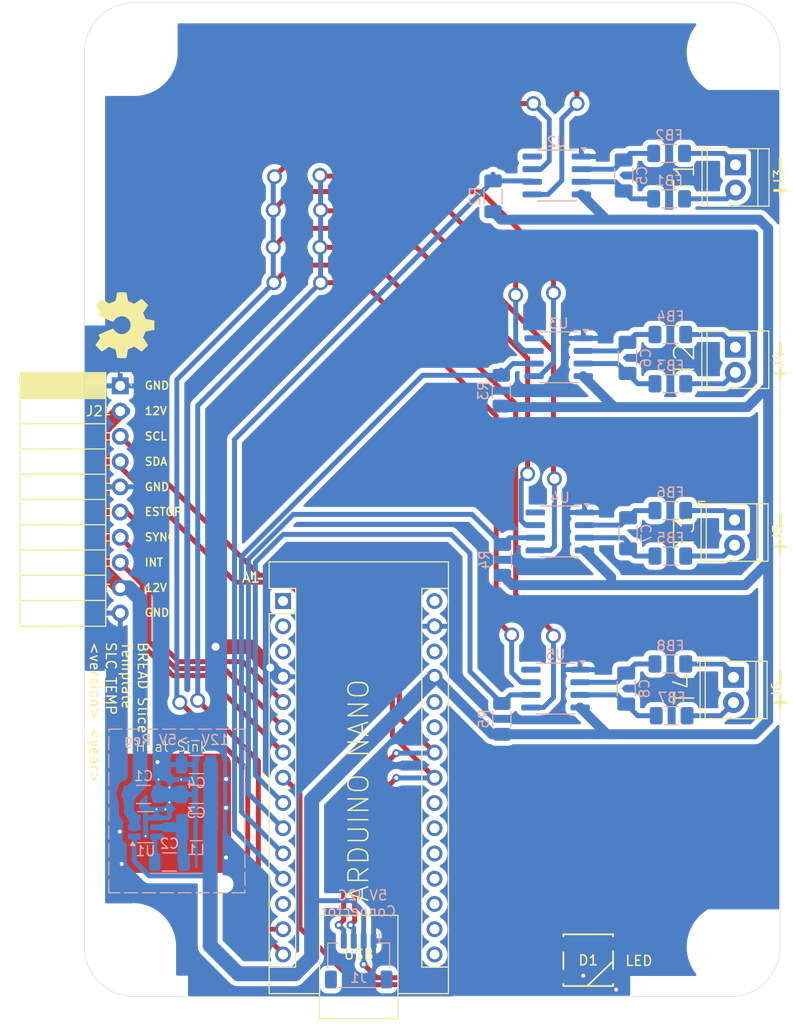
<source format=kicad_pcb>
(kicad_pcb (version 20240108) (generator "pcbnew") (generator_version "8.0")
  (layers (0 "F.Cu" signal) (31 "B.Cu" signal) (34 "B.Paste" user) (35 "F.Paste" user) (36 "B.SilkS" user "B.Silkscreen") (37 "F.SilkS" user "F.Silkscreen") (38 "B.Mask" user) (39 "F.Mask" user) (44 "Edge.Cuts" user))
  (net 0 "")
  (net 3 "GND")
  (net 5 "+5V")
  (net 6 "/LED")
  (net 7 "/I2C_CLK")
  (net 8 "/DATA")
  (net 9 "/I2C_DAT")
  (net 10 "/SS3")
  (net 11 "/SYNC")
  (net 13 "/E_STOP")
  (net 20 "+12V")
  (net 21 "/INT")
  (net 22 "/SS1")
  (net 23 "/SS2")
  (net 25 "/SS4")
  (net 26 "/CLK")
  (net 29 "Net-(U1-SW)")
  (net 30 "Net-(U1-BST)")
  (net 31 "unconnected-(A1-VIN-Pad30)")
  (net 33 "Net-(U2-T+)")
  (net 34 "Net-(U2-T-)")
  (net 35 "Net-(U3-T-)")
  (net 36 "Net-(U3-T+)")
  (net 37 "Net-(U4-T+)")
  (net 38 "Net-(U4-T-)")
  (net 39 "Net-(U5-T-)")
  (net 40 "Net-(U5-T+)")
  (net 41 "Net-(J3-Pin_2)")
  (net 42 "Net-(J3-Pin_1)")
  (net 43 "Net-(J4-Pin_2)")
  (net 44 "Net-(J4-Pin_1)")
  (net 45 "Net-(J5-Pin_2)")
  (net 46 "Net-(J5-Pin_1)")
  (net 47 "Net-(J6-Pin_2)")
  (net 48 "Net-(J6-Pin_1)")
  (net 49 "unconnected-(A1-D13-Pad16)")
  (footprint "MountingHole:MountingHole_5mm" (layer "F.Cu") (at 127.6 44.8)
    (property "Reference" "H1" (hide yes))
    (property "Value" "MountingHole")
  )
  (footprint "MountingHole:MountingHole_5mm" (layer "F.Cu") (at 187.6 44.8)
    (property "Reference" "H3" (hide yes))
    (property "Value" "MountingHole")
  )
  (footprint "MountingHole:MountingHole_5mm" (layer "F.Cu") (at 127.6 134.8)
    (property "Reference" "H2" (hide yes))
    (property "Value" "MountingHole")
  )
  (footprint "MountingHole:MountingHole_5mm" (layer "F.Cu") (at 187.6 134.8)
    (property "Reference" "H4" (hide yes))
    (property "Value" "MountingHole")
  )
  (footprint "Module:Arduino_Nano" (layer "F.Cu") (at 142.588 100)
    (property "Reference" "A1")
    (property "Value" "Arduino_Nano_v3.x")
  )
  (footprint "Connector_PinSocket_2.54mm:PinSocket_1x10_P2.54mm_Horizontal" (layer "F.Cu") (at 126.2 78.35)
    (property "Reference" "J2")
    (property "Value" "Conn_01x10_Female")
  )
  (footprint "Symbol:OSHW-Symbol_6.7x6mm_SilkScreen" (layer "F.Cu") (at 126.664 72.236 -90)
    (property "Reference" "Logo1" (hide yes))
    (property "Value" "Logo_Open_Hardware_Small" (hide yes))
  )
  (footprint "TerminalBlock_TE-Connectivity:TerminalBlock_TE_282834-2_1x02_P2.54mm_Horizontal" (layer "F.Cu") (at 188.12475 56.1085 -90)
    (property "Reference" "J3")
    (property "Value" "Screw_Terminal_01x02")
  )
  (footprint "KML-Custom:Thermal Pad" (layer "F.Cu") (at 131.35 121.355)
    (property "Reference" "HS1")
    (property "Value" "Heatsink_Pad")
  )
  (footprint "TerminalBlock_TE-Connectivity:TerminalBlock_TE_282834-2_1x02_P2.54mm_Horizontal" (layer "F.Cu") (at 188.02475 91.8385 -90)
    (property "Reference" "J5")
    (property "Value" "Screw_Terminal_01x02")
  )
  (footprint "TerminalBlock_TE-Connectivity:TerminalBlock_TE_282834-2_1x02_P2.54mm_Horizontal" (layer "F.Cu") (at 187.92475 107.6785 -90)
    (property "Reference" "J6")
    (property "Value" "Screw_Terminal_01x02")
  )
  (footprint "SparkFun-LED:WS2812-5050-4PIN" (layer "F.Cu") (at 173.3 136.132769)
    (property "Reference" "D1")
    (property "Value" "WS2812B_5050")
  )
  (footprint "TerminalBlock_TE-Connectivity:TerminalBlock_TE_282834-2_1x02_P2.54mm_Horizontal" (layer "F.Cu") (at 188.10425 74.4535 -90)
    (property "Reference" "J4")
    (property "Value" "Screw_Terminal_01x02")
  )
  (footprint "Resistor_SMD:R_1206_3216Metric_Pad1.30x1.75mm_HandSolder" (layer "B.Cu") (at 163.72025 59.277 -90)
    (property "Reference" "R2")
    (property "Value" "10k")
  )
  (footprint "Connector_JST:JST_SH_SM04B-SRSS-TB_1x04-1MP_P1.00mm_Horizontal" (layer "B.Cu") (at 150.2 136.2 180)
    (property "Reference" "J1")
    (property "Value" "I2C_01x04")
  )
  (footprint "Resistor_SMD:R_1206_3216Metric_Pad1.30x1.75mm_HandSolder" (layer "B.Cu") (at 181.56375 106.3305 180)
    (property "Reference" "FB8")
    (property "Value" "Ferrite_Bead_Small")
  )
  (footprint "Capacitor_SMD:C_1206_3216Metric" (layer "B.Cu") (at 128.55 119.455 180)
    (property "Reference" "C1")
    (property "Value" "22uF")
  )
  (footprint "Package_SO:SOIC-8_3.9x4.9mm_P1.27mm" (layer "B.Cu") (at 170.13375 57.1815 180)
    (property "Reference" "U2")
    (property "Value" "MAX31855KASA")
  )
  (footprint "Package_TO_SOT_SMD:TSOT-23-6" (layer "B.Cu") (at 128.75 122.755)
    (property "Reference" "U1")
    (property "Value" "~")
  )
  (footprint "Capacitor_SMD:C_1206_3216Metric_Pad1.33x1.80mm_HandSolder" (layer "B.Cu") (at 177.30925 93.186 90)
    (property "Reference" "C7")
    (property "Value" "0.01 uF")
  )
  (footprint "Resistor_SMD:R_1206_3216Metric_Pad1.30x1.75mm_HandSolder" (layer "B.Cu") (at 164.60925 111.855 -90)
    (property "Reference" "R5")
    (property "Value" "10k")
  )
  (footprint "Resistor_SMD:R_1206_3216Metric_Pad1.30x1.75mm_HandSolder" (layer "B.Cu") (at 164.67275 95.853 -90)
    (property "Reference" "R4")
    (property "Value" "10k")
  )
  (footprint "Capacitor_SMD:C_1206_3216Metric_Pad1.33x1.80mm_HandSolder" (layer "B.Cu") (at 177.11875 108.807 90)
    (property "Reference" "C8")
    (property "Value" "0.01 uF")
  )
  (footprint "Package_SO:SOIC-8_3.9x4.9mm_P1.27mm" (layer "B.Cu") (at 170.32425 75.4695 180)
    (property "Reference" "U3")
    (property "Value" "MAX31855KASA")
  )
  (footprint "Capacitor_SMD:C_1206_3216Metric_Pad1.33x1.80mm_HandSolder" (layer "B.Cu") (at 177.24575 75.533 90)
    (property "Reference" "C6")
    (property "Value" "0.01 uF")
  )
  (footprint "Capacitor_SMD:C_1206_3216Metric_Pad1.33x1.80mm_HandSolder" (layer "B.Cu") (at 176.86475 57.1815 90)
    (property "Reference" "C5")
    (property "Value" "0.01 uF")
  )
  (footprint "Capacitor_SMD:C_1206_3216Metric" (layer "B.Cu") (at 131.15 126.255 180)
    (property "Reference" "C2")
    (property "Value" "100nF")
  )
  (footprint "Capacitor_SMD:C_1206_3216Metric" (layer "B.Cu") (at 133.85 119.455)
    (property "Reference" "C3")
    (property "Value" "22uF")
  )
  (footprint "Resistor_SMD:R_1206_3216Metric_Pad1.30x1.75mm_HandSolder" (layer "B.Cu") (at 164.54575 78.835 -90)
    (property "Reference" "R3")
    (property "Value" "10k")
  )
  (footprint "Capacitor_SMD:C_1206_3216Metric" (layer "B.Cu") (at 133.85 116.455)
    (property "Reference" "C4")
    (property "Value" "22uF")
  )
  (footprint "Resistor_SMD:R_1206_3216Metric_Pad1.30x1.75mm_HandSolder" (layer "B.Cu") (at 181.43675 54.959 180)
    (property "Reference" "FB2")
    (property "Value" "Ferrite_Bead_Small")
  )
  (footprint "Resistor_SMD:R_1206_3216Metric_Pad1.30x1.75mm_HandSolder" (layer "B.Cu") (at 181.69075 111.5375 180)
    (property "Reference" "FB7")
    (property "Value" "Ferrite_Bead_Small")
  )
  (footprint "Resistor_SMD:R_1206_3216Metric_Pad1.30x1.75mm_HandSolder" (layer "B.Cu") (at 181.56375 73.1835 180)
    (property "Reference" "FB4")
    (property "Value" "Ferrite_Bead_Small")
  )
  (footprint "Resistor_SMD:R_1206_3216Metric_Pad1.30x1.75mm_HandSolder" (layer "B.Cu") (at 181.56375 90.9 180)
    (property "Reference" "FB6")
    (property "Value" "Ferrite_Bead_Small")
  )
  (footprint "Resistor_SMD:R_1206_3216Metric_Pad1.30x1.75mm_HandSolder" (layer "B.Cu") (at 181.43675 59.531 180)
    (property "Reference" "FB1")
    (property "Value" "Ferrite_Bead_Small")
  )
  (footprint "Inductor_SMD:L_1210_3225Metric" (layer "B.Cu") (at 133.85 122.755)
    (property "Reference" "L1")
    (property "Value" "4.7uH")
  )
  (footprint "Package_SO:SOIC-8_3.9x4.9mm_P1.27mm" (layer "B.Cu") (at 170.45125 92.9955 180)
    (property "Reference" "U4")
    (property "Value" "MAX31855KASA")
  )
  (footprint "Resistor_SMD:R_1206_3216Metric_Pad1.30x1.75mm_HandSolder" (layer "B.Cu") (at 181.56375 78.1365 180)
    (property "Reference" "FB3")
    (property "Value" "Ferrite_Bead_Small")
  )
  (footprint "Package_SO:SOIC-8_3.9x4.9mm_P1.27mm" (layer "B.Cu") (at 170.00675 108.807 180)
    (property "Reference" "U5")
    (property "Value" "MAX31855KASA")
  )
  (footprint "Resistor_SMD:R_1206_3216Metric_Pad1.30x1.75mm_HandSolder" (layer "B.Cu") (at 181.56375 95.472 180)
    (property "Reference" "FB5")
    (property "Value" "Ferrite_Bead_Small")
  )
  (gr_rect (start 125.05 112.887) (end 138.75 129.355) (stroke (width 0.12) (type dash)) (fill none) (layer "B.SilkS"))
  (gr_line (start 192.6 44.8) (end 192.6 94.8) (stroke (width 0.05)) (layer "Edge.Cuts"))
  (gr_arc (start 187.6 39.8) (mid 191.135534 41.264466) (end 192.6 44.8) (stroke (width 0.05)) (layer "Edge.Cuts"))
  (gr_arc (start 192.6 134.8) (mid 191.135534 138.335534) (end 187.6 139.8) (stroke (width 0.05)) (layer "Edge.Cuts"))
  (gr_line (start 152.6 39.8) (end 187.6 39.8) (stroke (width 0.05)) (layer "Edge.Cuts"))
  (gr_arc (start 122.6 44.8) (mid 124.064466 41.264466) (end 127.6 39.8) (stroke (width 0.05)) (layer "Edge.Cuts"))
  (gr_line (start 192.6 94.8) (end 192.6 134.8) (stroke (width 0.05)) (layer "Edge.Cuts"))
  (gr_line (start 122.6 134.8) (end 122.6 44.8) (stroke (width 0.05)) (layer "Edge.Cuts"))
  (gr_line (start 127.6 39.8) (end 152.6 39.8) (stroke (width 0.05)) (layer "Edge.Cuts"))
  (gr_arc (start 127.6 139.8) (mid 124.064466 138.335534) (end 122.6 134.8) (stroke (width 0.05)) (layer "Edge.Cuts"))
  (gr_line (start 160.188 139.8) (end 187.6 139.8) (stroke (width 0.05)) (layer "Edge.Cuts"))
  (gr_line (start 127.6 139.8) (end 160.188 139.8) (stroke (width 0.05)) (layer "Edge.Cuts"))
  (gr_text "12V->5V Reg" (at 131.85 114.555 0) (layer "B.SilkS") (effects (font (size 1 1)) (justify bottom mirror)))
  (gr_text "5V I2C \nConnector" (at 150.198 131.8 0) (layer "B.SilkS") (effects (font (size 1 1)) (justify bottom mirror)))
  (gr_text "GND" (at 129.89619 88.522 0) (layer "F.SilkS") (effects (font (size 0.8 0.8))))
  (gr_text "+" (at 192.62475 110.104499 0) (layer "F.SilkS") (effects (font (size 1.5 1.5) (thickness 0.3))))
  (gr_text "-" (at 192.52475 74.4645 90) (layer "F.SilkS") (effects (font (size 1.5 1.5) (thickness 0.3))))
  (gr_text "-" (at 192.52475 56.038501 90) (layer "F.SilkS") (effects (font (size 1.5 1.5) (thickness 0.3))))
  (gr_text "LED" (at 178.4 136.2 0) (layer "F.SilkS") (effects (font (size 1 1))))
  (gr_text "12V" (at 129.781905 98.672 0) (layer "F.SilkS") (effects (font (size 0.8 0.8))))
  (gr_text "SYNC" (at 130.22 93.572 0) (layer "F.SilkS") (effects (font (size 0.8 0.8))))
  (gr_text "GND" (at 129.89619 101.172 0) (layer "F.SilkS") (effects (font (size 0.8 0.8))))
  (gr_text "BREAD Slice\nTemplate\nSLC_TEMP\n<version> <year>" (at 126.066 104.035 270) (layer "F.SilkS") (effects (font (size 1 1)) (justify left)))
  (gr_text "GND" (at 129.89619 78.322 0) (layer "F.SilkS") (effects (font (size 0.8 0.8))))
  (gr_text "T2" (at 182.97475 75.723501 90) (layer "F.SilkS") (effects (font (size 2 2))))
  (gr_text "-" (at 192.52475 107.5645 90) (layer "F.SilkS") (effects (font (size 1.5 1.5) (thickness 0.3))))
  (gr_text "+" (at 192.62475 58.5785 0) (layer "F.SilkS") (effects (font (size 1.5 1.5) (thickness 0.3))))
  (gr_text "T3" (at 182.97475 93.122501 90) (layer "F.SilkS") (effects (font (size 2 2))))
  (gr_text "ESTOP" (at 130.543809 91.022 0) (layer "F.SilkS") (effects (font (size 0.8 0.8))))
  (gr_text "+" (at 192.62475 77.004499 0) (layer "F.SilkS") (effects (font (size 1.5 1.5) (thickness 0.3))))
  (gr_text "INT" (at 129.591428 96.122 0) (layer "F.SilkS") (effects (font (size 0.8 0.8))))
  (gr_text "T4" (at 182.97475 108.807001 90) (layer "F.SilkS") (effects (font (size 2 2))))
  (gr_text "SDA" (at 129.800952 85.972 0) (layer "F.SilkS") (effects (font (size 0.8 0.8))))
  (gr_text "SCL" (at 129.781905 83.422 0) (layer "F.SilkS") (effects (font (size 0.8 0.8))))
  (gr_text "T1" (at 182.97475 57.308501 90) (layer "F.SilkS") (effects (font (size 2 2))))
  (gr_text "ARDUINO NANO" (at 150.198 119.05 90) (layer "F.SilkS") (effects (font (size 2 2))))
  (gr_text "-" (at 192.52475 91.8645 90) (layer "F.SilkS") (effects (font (size 1.5 1.5) (thickness 0.3))))
  (gr_text "12V" (at 129.781905 80.872 0) (layer "F.SilkS") (effects (font (size 0.8 0.8))))
  (gr_text "+" (at 192.62475 94.404499 0) (layer "F.SilkS") (effects (font (size 1.5 1.5) (thickness 0.3))))
  (segment (start 141.3 106.7) (end 139.2 104.6) (width 1.5) (layer "F.Cu") (net 3))
  (segment (start 172.8 137.7) (end 172.832769 137.732769) (width 0.5) (layer "F.Cu") (net 3))
  (segment (start 172.832769 137.732769) (end 175.877 137.732769) (width 0.5) (layer "F.Cu") (net 3))
  (segment (start 139.2 104.6) (end 135.8 104.6) (width 1.5) (layer "F.Cu") (net 3))
  (via (at 135.8 104.6) (size 1.6) (drill 0.8) (layers "F.Cu" "B.Cu") (net 3))
  (via (at 136.85 117.905) (size 0.8) (drill 0.4) (layers "F.Cu" "B.Cu") (net 3))
  (via (at 126.35 126.455) (size 0.8) (drill 0.4) (layers "F.Cu" "B.Cu") (net 3))
  (via (at 129.85 120.955) (size 0.5) (drill 0.2) (layers "F.Cu" "B.Cu") (net 3))
  (via (at 129.95 116.205) (size 0.8) (drill 0.4) (layers "F.Cu" "B.Cu") (net 3))
  (via (at 131.15 120.255) (size 0.5) (drill 0.2) (layers "F.Cu" "B.Cu") (net 3))
  (via (at 131.15 118.755) (size 0.5) (drill 0.2) (layers "F.Cu" "B.Cu") (net 3))
  (via (at 130.05 117.955) (size 0.5) (drill 0.2) (layers "F.Cu" "B.Cu") (net 3))
  (via (at 172.8 137.7) (size 0.8) (drill 0.4) (layers "F.Cu" "B.Cu") (net 3))
  (via (at 132.35 117.955) (size 0.5) (drill 0.2) (layers "F.Cu" "B.Cu") (net 3))
  (via (at 126.15 123.205) (size 0.8) (drill 0.4) (layers "F.Cu" "B.Cu") (net 3))
  (via (at 136.85 125.805) (size 0.8) (drill 0.4) (layers "F.Cu" "B.Cu") (net 3))
  (via (at 136.85 120.805) (size 0.8) (drill 0.4) (layers "F.Cu" "B.Cu") (net 3))
  (via (at 130.75 120.955) (size 0.5) (drill 0.2) (layers "F.Cu" "B.Cu") (net 3))
  (via (at 128.75 123.655) (size 0.5) (drill 0.2) (layers "F.Cu" "B.Cu") (net 3))
  (via (at 141.3 106.7) (size 1.6) (drill 0.8) (layers "F.Cu" "B.Cu") (net 3))
  (segment (start 129.8875 121.805) (end 128.8 121.805) (width 0.5) (layer "B.Cu") (net 3))
  (segment (start 131.55 117.955) (end 133.25 117.955) (width 0.5) (layer "B.Cu") (net 3))
  (segment (start 128.8 121.805) (end 128.75 121.855) (width 0.5) (layer "B.Cu") (net 3))
  (segment (start 132.35 117.955) (end 131.55 117.955) (width 0.5) (layer "B.Cu") (net 3))
  (segment (start 128.95 120.955) (end 128.75 121.155) (width 0.5) (layer "B.Cu") (net 3))
  (segment (start 131 121.805) (end 131.15 121.655) (width 0.5) (layer "B.Cu") (net 3))
  (segment (start 129.85 121.7675) (end 129.8875 121.805) (width 0.5) (layer "B.Cu") (net 3))
  (segment (start 129.85 120.955) (end 128.95 120.955) (width 0.5) (layer "B.Cu") (net 3))
  (segment (start 142.588 107.62) (end 142.22 107.62) (width 1.5) (layer "B.Cu") (net 3))
  (segment (start 131.15 120.555) (end 130.75 120.955) (width 0.5) (layer "B.Cu") (net 3))
  (segment (start 128.75 121.855) (end 128.75 123.655) (width 0.5) (layer "B.Cu") (net 3))
  (segment (start 131.15 119.455) (end 131.15 120.255) (width 0.5) (layer "B.Cu") (net 3))
  (segment (start 131.15 119.455) (end 131.15 118.755) (width 0.5) (layer "B.Cu") (net 3))
  (segment (start 130.025 119.455) (end 132.375 119.455) (width 1.5) (layer "B.Cu") (net 3))
  (segment (start 142.22 107.62) (end 141.3 106.7) (width 1.5) (layer "B.Cu") (net 3))
  (segment (start 130.75 120.955) (end 129.85 120.955) (width 0.5) (layer "B.Cu") (net 3))
  (segment (start 128.75 121.155) (end 128.75 121.855) (width 0.5) (layer "B.Cu") (net 3))
  (segment (start 131.15 121.655) (end 131.15 120.255) (width 0.5) (layer "B.Cu") (net 3))
  (segment (start 131.15 120.255) (end 131.15 120.555) (width 0.5) (layer "B.Cu") (net 3))
  (segment (start 129.8875 121.805) (end 131 121.805) (width 0.5) (layer "B.Cu") (net 3))
  (segment (start 129.85 120.955) (end 129.85 121.7675) (width 0.5) (layer "B.Cu") (net 3))
  (segment (start 152.0375 137.9) (end 150.688 136.5505) (width 0.5) (layer "F.Cu") (net 5))
  (segment (start 166.91005 137.9) (end 163.9 137.9) (width 0.5) (layer "F.Cu") (net 5))
  (segment (start 170.277281 134.532769) (end 166.91005 137.9) (width 0.5) (layer "F.Cu") (net 5))
  (segment (start 170.723 134.532769) (end 170.277281 134.532769) (width 0.5) (layer "F.Cu") (net 5))
  (segment (start 157.808 107.62) (end 157.828 107.62) (width 1.5) (layer "F.Cu") (net 5))
  (segment (start 163.9 137.9) (end 152.0375 137.9) (width 0.5) (layer "F.Cu") (net 5))
  (via (at 150.688 136.5505) (size 0.8) (drill 0.4) (layers "F.Cu" "B.Cu") (net 5))
  (segment (start 174.89625 80.486) (end 164.64675 80.486) (width 1) (layer "B.Cu") (net 5))
  (segment (start 191.40625 96.09375) (end 191.40625 94.71) (width 1) (layer "B.Cu") (net 5))
  (segment (start 189.24725 80.486) (end 175.78525 80.486) (width 1) (layer "B.Cu") (net 5))
  (segment (start 135.25 134.67) (end 138.08 137.5) (width 1.5) (layer "B.Cu") (net 5))
  (segment (start 191.40625 94.71) (end 191.40625 80.486) (width 1) (layer "B.Cu") (net 5))
  (segment (start 164.64675 80.486) (end 164.54575 80.385) (width 1) (layer "B.Cu") (net 5))
  (segment (start 190.04675 113.405) (end 191.40625 112.0455) (width 1) (layer "B.Cu") (net 5))
  (segment (start 164.67275 97.403) (end 165.66975 98.4) (width 1) (layer "B.Cu") (net 5))
  (segment (start 175.6 98.4) (end 175.6 97.57425) (width 1) (layer "B.Cu") (net 5))
  (segment (start 145.46 130.148) (end 145.46 119.988) (width 1.5) (layer "B.Cu") (net 5))
  (segment (start 189.1 98.4) (end 191.40625 96.09375) (width 1) (layer "B.Cu") (net 5))
  (segment (start 191.40625 80.486) (end 191.40625 78.3905) (width 1) (layer "B.Cu") (net 5))
  (segment (start 157.828 107.62) (end 150.698 114.75) (width 1.5) (layer "B.Cu") (net 5))
  (segment (start 175.78525 80.486) (end 175.78525 80.3605) (width 1) (layer "B.Cu") (net 5))
  (segment (start 175.02325 61.6265) (end 175.02325 61.501) (width 1) (layer "B.Cu") (net 5))
  (segment (start 143.8 137.5) (end 145.46 135.84) (width 1.5) (layer "B.Cu") (net 5))
  (segment (start 145.46 135.84) (end 145.46 130.148) (width 1.5) (layer "B.Cu") (net 5))
  (segment (start 175.78525 80.486) (end 174.89625 80.486) (width 1) (layer "B.Cu") (net 5))
  (segment (start 164.51975 61.6265) (end 163.72025 60.827) (width 1) (layer "B.Cu") (net 5))
  (segment (start 164.60925 113.405) (end 173.28275 113.405) (width 1) (layer "B.Cu") (net 5))
  (segment (start 135.25 127.655) (end 129.103122 127.655) (width 0.5) (layer "B.Cu") (net 5))
  (segment (start 135.325 116.455) (end 135.3 116.48) (width 1.5) (layer "B.Cu") (net 5))
  (segment (start 175.6 97.57425) (end 172.92625 94.9005) (width 1) (layer "B.Cu") (net 5))
  (segment (start 165.66975 98.4) (end 189.1 98.4) (width 1) (layer "B.Cu") (net 5))
  (segment (start 149.524 130.148) (end 145.46 130.148) (width 0.5) (layer "B.Cu") (net 5))
  (segment (start 127.6125 126.164378) (end 127.6125 123.705) (width 0.5) (layer "B.Cu") (net 5))
  (segment (start 135.25 127.655) (end 135.25 128.4) (width 1.5) (layer "B.Cu") (net 5))
  (segment (start 135.3 119.48) (end 135.3 122.705) (width 1.5) (layer "B.Cu") (net 5))
  (segment (start 135.35 128.5) (end 135.25 128.4) (width 0.5) (layer "B.Cu") (net 5))
  (segment (start 164.60925 113.405) (end 163.613 113.405) (width 1) (layer "B.Cu") (net 5))
  (segment (start 175.78525 80.3605) (end 172.79925 77.3745) (width 1) (layer "B.Cu") (net 5))
  (segment (start 191.40625 78.3905) (end 191.40625 62.5155) (width 1) (layer "B.Cu") (net 5))
  (segment (start 173.28275 113.405) (end 176.12875 113.405) (width 1) (layer "B.Cu") (net 5))
  (segment (start 138.08 137.5) (end 143.8 137.5) (width 1.5) (layer "B.Cu") (net 5))
  (segment (start 172.48175 110.712) (end 175.17475 113.405) (width 1) (layer "B.Cu") (net 5))
  (segment (start 191.40625 112.0455) (end 191.40625 96.996) (width 1) (layer "B.Cu") (net 5))
  (segment (start 175.02325 61.6265) (end 174.32475 61.6265) (width 1) (layer "B.Cu") (net 5))
  (segment (start 175.17475 113.405) (end 176.12875 113.405) (width 1) (layer "B.Cu") (net 5))
  (segment (start 150.698 134.4) (end 150.698 131.322) (width 0.5) (layer "B.Cu") (net 5))
  (segment (start 150.698 136.5405) (end 150.698 134.4) (width 0.5) (layer "B.Cu") (net 5))
  (segment (start 135.3 116.48) (end 135.3 119.43) (width 1.5) (layer "B.Cu") (net 5))
  (segment (start 135.25 127.655) (end 135.25 122.755) (width 1.5) (layer "B.Cu") (net 5))
  (segment (start 189.31075 80.486) (end 191.40625 78.3905) (width 1) (layer "B.Cu") (net 5))
  (segment (start 189.24725 80.486) (end 189.31075 80.486) (width 1) (layer "B.Cu") (net 5))
  (segment (start 145.46 119.988) (end 150.698 114.75) (width 1.5) (layer "B.Cu") (net 5))
  (segment (start 176.12875 113.405) (end 190.04675 113.405) (width 1) (layer "B.Cu") (net 5))
  (segment (start 135.25 128.4) (end 135.25 134.67) (width 1.5) (layer "B.Cu") (net 5))
  (segment (start 150.688 136.5505) (end 150.698 136.5405) (width 0.5) (layer "B.Cu") (net 5))
  (segment (start 175.02325 61.501) (end 172.60875 59.0865) (width 1) (layer "B.Cu") (net 5))
  (segment (start 129.103122 127.655) (end 127.6125 126.164378) (width 0.5) (layer "B.Cu") (net 5))
  (segment (start 135.325 122.68) (end 135.25 122.755) (width 1) (layer "B.Cu") (net 5))
  (segment (start 158.008 107.8) (end 157.828 107.62) (width 0.5) (layer "B.Cu") (net 5))
  (segment (start 135.325 119.455) (end 135.3 119.48) (width 1.5) (layer "B.Cu") (net 5))
  (segment (start 135.3 122.705) (end 135.25 122.755) (width 1.5) (layer "B.Cu") (net 5))
  (segment (start 191.40625 96.996) (end 191.40625 94.71) (width 1) (layer "B.Cu") (net 5))
  (segment (start 135.3 119.43) (end 135.325 119.455) (width 1.5) (layer "B.Cu") (net 5))
  (segment (start 163.613 113.405) (end 157.828 107.62) (width 1) (layer "B.Cu") (net 5))
  (segment (start 174.32475 61.6265) (end 164.51975 61.6265) (width 1) (layer "B.Cu") (net 5))
  (segment (start 190.51725 61.6265) (end 175.02325 61.6265) (width 1) (layer "B.Cu") (net 5))
  (segment (start 150.698 131.322) (end 149.524 130.148) (width 0.5) (layer "B.Cu") (net 5))
  (segment (start 191.40625 62.5155) (end 190.51725 61.6265) (width 1) (layer "B.Cu") (net 5))
  (segment (start 149.988 138.6) (end 167.2 138.6) (width 0.5) (layer "F.Cu") (net 6))
  (segment (start 142.588 117.78) (end 142.668 117.78) (width 0.5) (layer "F.Cu") (net 6))
  (segment (start 167.2 138.6) (end 169.6 136.2) (width 0.5) (layer "F.Cu") (net 6))
  (segment (start 174.209769 136.2) (end 175.877 134.532769) (width 0.5) (layer "F.Cu") (net 6))
  (segment (start 144.288 119.4) (end 144.288 132.9) (width 0.5) (layer "F.Cu") (net 6))
  (segment (start 169.6 136.2) (end 174.209769 136.2) (width 0.5) (layer "F.Cu") (net 6))
  (segment (start 144.288 132.9) (end 149.988 138.6) (width 0.5) (layer "F.Cu") (net 6))
  (segment (start 142.668 117.78) (end 144.288 119.4) (width 0.5) (layer "F.Cu") (net 6))
  (segment (start 154.288 108.34805) (end 143.33995 97.4) (width 0.5) (layer "F.Cu") (net 7))
  (segment (start 154.288 111.7) (end 154.288 108.34805) (width 0.5) (layer "F.Cu") (net 7))
  (segment (start 126.23 83.43) (end 126.2 83.43) (width 0.5) (layer "F.Cu") (net 7))
  (segment (start 143.33995 97.4) (end 140.2 97.4) (width 0.5) (layer "F.Cu") (net 7))
  (segment (start 140.2 97.4) (end 126.23 83.43) (width 0.5) (layer "F.Cu") (net 7))
  (segment (start 148.188 132.6) (end 148.688 132.1) (width 0.5) (layer "F.Cu") (net 7))
  (segment (start 157.828 115.24) (end 154.288 111.7) (width 0.5) (layer "F.Cu") (net 7))
  (segment (start 148.688 132.1) (end 148.688 120.6) (width 0.5) (layer "F.Cu") (net 7))
  (segment (start 148.688 120.6) (end 153.988 115.3) (width 0.5) (layer "F.Cu") (net 7))
  (via (at 148.188 132.6) (size 0.8) (drill 0.4) (layers "F.Cu" "B.Cu") (net 7))
  (via (at 153.988 115.3) (size 0.8) (drill 0.4) (layers "F.Cu" "B.Cu") (net 7))
  (segment (start 157.768 115.3) (end 157.828 115.24) (width 0.5) (layer "B.Cu") (net 7))
  (segment (start 148.188 132.6) (end 148.698 133.11) (width 0.5) (layer "B.Cu") (net 7))
  (segment (start 148.698 133.11) (end 148.698 134.4) (width 0.5) (layer "B.Cu") (net 7))
  (segment (start 153.988 115.3) (end 157.768 115.3) (width 0.5) (layer "B.Cu") (net 7))
  (segment (start 159.27525 60.7375) (end 146.4405 60.7375) (width 0.5) (layer "F.Cu") (net 8))
  (segment (start 134 110) (end 140.1 116.1) (width 0.5) (layer "F.Cu") (net 8))
  (segment (start 146.364 67.9635) (end 150.616502 67.9635) (width 0.5) (layer "F.Cu") (net 8))
  (segment (start 167.2 75.58375) (end 156.02375 64.4075) (width 0.5) (layer "F.Cu") (net 8))
  (segment (start 156.02375 64.4075) (end 146.3005 64.4075) (width 0.5) (layer "F.Cu") (net 8))
  (segment (start 165.6 103.4095) (end 164.03775 101.84725) (width 0.5) (layer "F.Cu") (net 8))
  (segment (start 158.44975 57.245) (end 165.75225 49.9425) (width 0.5) (layer "F.Cu") (net 8))
  (segment (start 146.377 57.245) (end 146.3005 57.1685) (width 0.5) (layer "F.Cu") (net 8))
  (segment (start 165.75225 49.9425) (end 167.78425 49.9425) (width 0.5) (layer "F.Cu") (net 8))
  (segment (start 146.4405 60.7375) (end 146.364 60.661) (width 0.5) (layer "F.Cu") (net 8))
  (segment (start 141.22 133.02) (end 142.588 133.02) (width 0.5) (layer "F.Cu") (net 8))
  (segment (start 164.03775 101.84725) (end 164.03775 81.376998) (width 0.5) (layer "F.Cu") (net 8))
  (segment (start 164.03775 81.376998) (end 150.700752 68.04) (width 0.5) (layer "F.Cu") (net 8))
  (segment (start 158.44975 57.245) (end 146.377 57.245) (width 0.5) (layer "F.Cu") (net 8))
  (segment (start 166 69.2) (end 166 67.46225) (width 0.5) (layer "F.Cu") (net 8))
  (segment (start 140.1 116.1) (end 140.1 131.9) (width 0.5) (layer "F.Cu") (net 8))
  (segment (start 166 67.46225) (end 159.27525 60.7375) (width 0.5) (layer "F.Cu") (net 8))
  (segment (start 140.1 131.9) (end 141.22 133.02) (width 0.5) (layer "F.Cu") (net 8))
  (segment (start 167.2 87.2) (end 167.2 75.58375) (width 0.5) (layer "F.Cu") (net 8))
  (via (at 146.3005 57.1685) (size 1.5) (drill 1) (layers "F.Cu" "B.Cu") (net 8))
  (via (at 146.3005 64.4075) (size 1.5) (drill 1) (layers "F.Cu" "B.Cu") (net 8))
  (via (at 134 110) (size 1.5) (drill 1) (layers "F.Cu" "B.Cu") (net 8))
  (via (at 146.364 60.661) (size 1.5) (drill 1) (layers "F.Cu" "B.Cu") (net 8))
  (via (at 165.6 103.4095) (size 1.5) (drill 1) (layers "F.Cu" "B.Cu") (net 8))
  (via (at 167.78425 49.9425) (size 1.5) (drill 1) (layers "F.Cu" "B.Cu") (net 8))
  (via (at 167.2 87.2) (size 1.5) (drill 1) (layers "F.Cu" "B.Cu") (net 8))
  (via (at 146.364 67.9635) (size 1.5) (drill 1) (layers "F.Cu" "B.Cu") (net 8))
  (via (at 166 69.2) (size 1.5) (drill 1) (layers "F.Cu" "B.Cu") (net 8))
  (segment (start 146.364 64.471) (end 146.3005 64.4075) (width 0.5) (layer "B.Cu") (net 8))
  (segment (start 146.364 64.5345) (end 146.364 68.0905) (width 0.5) (layer "B.Cu") (net 8))
  (segment (start 146.364 67.9635) (end 134 80.3275) (width 0.5) (layer "B.Cu") (net 8))
  (segment (start 166.572 108.172) (end 167.53175 108.172) (width 0.5) (layer "B.Cu") (net 8))
  (segment (start 146.364 64.5345) (end 146.364 64.471) (width 0.5) (layer "B.Cu") (net 8))
  (segment (start 146.364 61.296) (end 146.364 60.661) (width 0.5) (layer "B.Cu") (net 8))
  (segment (start 166.874251 74.8345) (end 167.84925 74.8345) (width 0.5) (layer "B.Cu") (net 8))
  (segment (start 165.6 107.2) (end 166.572 108.172) (width 0.5) (layer "B.Cu") (net 8))
  (segment (start 165.6 103.4095) (end 165.6 107.2) (width 0.5) (layer "B.Cu") (net 8))
  (segment (start 167.2 87.2) (end 166.55125 87.84875) (width 0.5) (layer "B.Cu") (net 8))
  (segment (start 146.364 61.296) (end 146.364 64.5345) (width 0.5) (layer "B.Cu") (net 8))
  (segment (start 146.364 57.105) (end 146.3005 57.1685) (width 0.5) (layer "B.Cu") (net 8))
  (segment (start 167.65875 56.5465) (end 168.54625 56.5465) (width 0.5) (layer "B.Cu") (net 8))
  (segment (start 169.37175 55.721) (end 169.37175 51.53) (width 0.5) (layer "B.Cu") (net 8))
  (segment (start 166 69.2) (end 166 73.960249) (width 0.5) (layer "B.Cu") (net 8))
  (segment (start 167.001251 92.3605) (end 167.97625 92.3605) (width 0.5) (layer "B.Cu") (net 8))
  (segment (start 168.54625 56.5465) (end 169.37175 55.721) (width 0.5) (layer "B.Cu") (net 8))
  (segment (start 134 80.3275) (end 134 110) (width 0.5) (layer "B.Cu") (net 8))
  (segment (start 146.364 68.0905) (end 146.364 67.9635) (width 0.5) (layer "B.Cu") (net 8))
  (segment (start 146.364 57.105) (end 146.364 61.296) (width 0.5) (layer "B.Cu") (net 8))
  (segment (start 166.55125 87.84875) (end 166.55125 91.910499) (width 0.5) (layer "B.Cu") (net 8))
  (segment (start 166.55125 91.910499) (end 167.001251 92.3605) (width 0.5) (layer "B.Cu") (net 8))
  (segment (start 169.37175 51.53) (end 167.78425 49.9425) (width 0.5) (layer "B.Cu") (net 8))
  (segment (start 166 73.960249) (end 166.874251 74.8345) (width 0.5) (layer "B.Cu") (net 8))
  (segment (start 153.588 113.54) (end 157.828 117.78) (width 0.5) (layer "F.Cu") (net 9))
  (segment (start 153.588 108.638) (end 153.588 113.54) (width 0.5) (layer "F.Cu") (net 9))
  (segment (start 143.05 98.1) (end 153.588 108.638) (width 0.5) (layer "F.Cu") (net 9))
  (segment (start 149.381039 132.604917) (end 149.788 132.197956) (width 0.5) (layer "F.Cu") (net 9))
  (segment (start 126.2 85.97) (end 126.2 86.504) (width 0.5) (layer "F.Cu") (net 9))
  (segment (start 137.796 98.1) (end 143.05 98.1) (width 0.5) (layer "F.Cu") (net 9))
  (segment (start 149.788 132.197956) (end 149.788 122) (width 0.5) (layer "F.Cu") (net 9))
  (segment (start 126.2 86.504) (end 137.796 98.1) (width 0.5) (layer "F.Cu") (net 9))
  (segment (start 149.788 122) (end 153.988 117.8) (width 0.5) (layer "F.Cu") (net 9))
  (via (at 153.988 117.8) (size 0.8) (drill 0.4) (layers "F.Cu" "B.Cu") (net 9))
  (via (at 149.381039 132.604917) (size 0.8) (drill 0.4) (layers "F.Cu" "B.Cu") (net 9))
  (segment (start 157.808 117.8) (end 157.828 117.78) (width 0.5) (layer "B.Cu") (net 9))
  (segment (start 149.381039 132.604917) (end 149.698 132.921878) (width 0.5) (layer "B.Cu") (net 9))
  (segment (start 153.988 117.8) (end 157.808 117.8) (width 0.5) (layer "B.Cu") (net 9))
  (segment (start 149.698 132.921878) (end 149.698 134.4) (width 0.5) (layer "B.Cu") (net 9))
  (segment (start 164.67275 94.303) (end 164.61975 94.303) (width 0.5) (layer "B.Cu") (net 10))
  (segment (start 164.61975 94.303) (end 161.59775 91.281) (width 0.5) (layer "B.Cu") (net 10))
  (segment (start 139.1 119.372) (end 142.588 122.86) (width 0.5) (layer "B.Cu") (net 10))
  (segment (start 143.62905 91.281) (end 139.1 95.81005) (width 0.5) (layer "B.Cu") (net 10))
  (segment (start 165.34525 93.6305) (end 167.97625 93.6305) (width 0.5) (layer "B.Cu") (net 10))
  (segment (start 164.67275 94.303) (end 165.34525 93.6305) (width 0.5) (layer "B.Cu") (net 10))
  (segment (start 161.59775 91.281) (end 143.62905 91.281) (width 0.5) (layer "B.Cu") (net 10))
  (segment (start 139.1 95.81005) (end 139.1 119.372) (width 0.5) (layer "B.Cu") (net 10))
  (segment (start 134.848 107.5) (end 142.588 115.24) (width 0.5) (layer "F.Cu") (net 11))
  (segment (start 131.5001 107.5) (end 134.848 107.5) (width 0.5) (layer "F.Cu") (net 11))
  (segment (start 128.4 104.3999) (end 131.5001 107.5) (width 0.5) (layer "F.Cu") (net 11))
  (segment (start 126.2 96.13) (end 128.4 98.33) (width 0.5) (layer "F.Cu") (net 11))
  (segment (start 128.4 98.33) (end 128.4 104.3999) (width 0.5) (layer "F.Cu") (net 11))
  (segment (start 126.2 91.05) (end 126.85 91.05) (width 0.5) (layer "F.Cu") (net 13))
  (segment (start 132.08 106.1) (end 138.528 106.1) (width 0.5) (layer "F.Cu") (net 13))
  (segment (start 138.528 106.1) (end 142.588 110.16) (width 0.5) (layer "F.Cu") (net 13))
  (segment (start 129.8 94) (end 129.8 103.82) (width 0.5) (layer "F.Cu") (net 13))
  (segment (start 126.85 91.05) (end 129.8 94) (width 0.5) (layer "F.Cu") (net 13))
  (segment (start 129.8 103.82) (end 132.08 106.1) (width 0.5) (layer "F.Cu") (net 13))
  (segment (start 126.194415 80.89) (end 124.4 82.684415) (width 1.5) (layer "F.Cu") (net 20))
  (segment (start 126.2 80.89) (end 126.194415 80.89) (width 1.5) (layer "F.Cu") (net 20))
  (segment (start 124.4 82.684415) (end 124.4 96.875585) (width 1.5) (layer "F.Cu") (net 20))
  (segment (start 126.2 80.89) (end 126.21 80.9) (width 1) (layer "F.Cu") (net 20))
  (segment (start 124.4 96.875585) (end 126.194415 98.67) (width 1.5) (layer "F.Cu") (net 20))
  (segment (start 126.194415 98.67) (end 126.2 98.67) (width 1.5) (layer "F.Cu") (net 20))
  (segment (start 126.71 80.89) (end 126.2 80.89) (width 1) (layer "B.Cu") (net 20))
  (segment (start 127.6125 121.805) (end 127.6125 122.705) (width 1) (layer "B.Cu") (net 20))
  (segment (start 127.075 121.2675) (end 127.6125 121.805) (width 1) (layer "B.Cu") (net 20))
  (segment (start 127.075 119.455) (end 127.075 121.2675) (width 1) (layer "B.Cu") (net 20))
  (segment (start 127.07 98.67) (end 128.2 99.8) (width 1.5) (layer "B.Cu") (net 20))
  (segment (start 128.2 118.33) (end 127.075 119.455) (width 1.5) (layer "B.Cu") (net 20))
  (segment (start 128.2 99.8) (end 128.2 118.33) (width 1.5) (layer "B.Cu") (net 20))
  (segment (start 126.2 98.67) (end 127.07 98.67) (width 1.5) (layer "B.Cu") (net 20))
  (segment (start 129.1 96.49) (end 129.1 104.10995) (width 0.5) (layer "F.Cu") (net 21))
  (segment (start 131.79005 106.8) (end 136.688 106.8) (width 0.5) (layer "F.Cu") (net 21))
  (segment (start 126.2 93.59) (end 129.1 96.49) (width 0.5) (layer "F.Cu") (net 21))
  (segment (start 136.688 106.8) (end 142.588 112.7) (width 0.5) (layer "F.Cu") (net 21))
  (segment (start 129.1 104.10995) (end 131.79005 106.8) (width 0.5) (layer "F.Cu") (net 21))
  (segment (start 163.72025 57.727) (end 167.56925 57.727) (width 0.5) (layer "B.Cu") (net 22))
  (segment (start 163.72025 57.727) (end 163.72025 57.0545) (width 0.5) (layer "B.Cu") (net 22))
  (segment (start 137.7 123.052) (end 142.588 127.94) (width 0.5) (layer "B.Cu") (net 22))
  (segment (start 167.56925 57.727) (end 167.65875 57.8165) (width 0.5) (layer "B.Cu") (net 22))
  (segment (start 163.72025 57.727) (end 137.7 83.74725) (width 0.5) (layer "B.Cu") (net 22))
  (segment (start 137.7 83.74725) (end 137.7 123.052) (width 0.5) (layer "B.Cu") (net 22))
  (segment (start 164.54575 77.285) (end 164.54575 76.7665) (width 0.5) (layer "B.Cu") (net 23))
  (segment (start 156.6351 77.285) (end 138.4 95.5201) (width 0.5) (layer "B.Cu") (net 23))
  (segment (start 138.4 95.5201) (end 138.4 121.212) (width 0.5) (layer "B.Cu") (net 23))
  (segment (start 164.54575 77.285) (end 156.6351 77.285) (width 0.5) (layer "B.Cu") (net 23))
  (segment (start 138.4 121.212) (end 142.588 125.4) (width 0.5) (layer "B.Cu") (net 23))
  (segment (start 167.84925 76.1045) (end 165.72625 76.1045) (width 0.5) (layer "B.Cu") (net 23))
  (segment (start 165.72625 76.1045) (end 164.54575 77.285) (width 0.5) (layer "B.Cu") (net 23))
  (segment (start 165.47225 109.442) (end 167.53175 109.442) (width 0.5) (layer "B.Cu") (net 25))
  (segment (start 161.4 107.1) (end 161.4 95.2) (width 0.5) (layer "B.Cu") (net 25))
  (segment (start 164.60925 110.305) (end 165.47225 109.442) (width 0.5) (layer "B.Cu") (net 25))
  (segment (start 142.6 93.3) (end 139.8 96.1) (width 0.5) (layer "B.Cu") (net 25))
  (segment (start 164.605 110.305) (end 161.4 107.1) (width 0.5) (layer "B.Cu") (net 25))
  (segment (start 164.60925 110.305) (end 164.17525 110.305) (width 0.5) (layer "B.Cu") (net 25))
  (segment (start 159.5 93.3) (end 142.6 93.3) (width 0.5) (layer "B.Cu") (net 25))
  (segment (start 139.8 96.1) (end 139.8 117.532) (width 0.5) (layer "B.Cu") (net 25))
  (segment (start 139.8 117.532) (end 142.588 120.32) (width 0.5) (layer "B.Cu") (net 25))
  (segment (start 161.4 95.2) (end 159.5 93.3) (width 0.5) (layer "B.Cu") (net 25))
  (segment (start 164.60925 110.305) (end 164.605 110.305) (width 0.5) (layer "B.Cu") (net 25))
  (segment (start 166 99.3645) (end 166 80.16225) (width 0.5) (layer "F.Cu") (net 26))
  (segment (start 139.025 116.972098) (end 139.025 131.925) (width 0.5) (layer "F.Cu") (net 26))
  (segment (start 169.9 87.7) (end 169.8 87.6) (width 0.5) (layer "F.Cu") (net 26))
  (segment (start 156.376002 55.6) (end 164.576002 47.4) (width 0.5) (layer "F.Cu") (net 26))
  (segment (start 169.8 87.6) (end 169.8 74.88175) (width 0.5) (layer "F.Cu") (net 26))
  (segment (start 162.48125 58.8) (end 143.4625 58.8) (width 0.5) (layer "F.Cu") (net 26))
  (segment (start 143.4285 66.2) (end 152.03 66.2) (width 0.5) (layer "F.Cu") (net 26))
  (segment (start 143.509 62.5) (end 141.6015 64.4075) (width 0.5) (layer "F.Cu") (net 26))
  (segment (start 139.025 131.925) (end 142.588 135.488) (width 0.5) (layer "F.Cu") (net 26))
  (segment (start 166 80.16225) (end 152.677749 66.839999) (width 0.5) (layer "F.Cu") (net 26))
  (segment (start 143.4625 58.8) (end 141.6015 60.661) (width 0.5) (layer "F.Cu") (net 26))
  (segment (start 141.7285 57.2955) (end 143.424 55.6) (width 0.5) (layer "F.Cu") (net 26))
  (segment (start 170.8 47.4) (end 172.16575 48.76575) (width 0.5) (layer "F.Cu") (net 26))
  (segment (start 132.2 110.2) (end 132.252902 110.2) (width 0.5) (layer "F.Cu") (net 26))
  (segment (start 172.16575 48.76575) (end 172.16575 49.9425) (width 0.5) (layer "F.Cu") (net 26))
  (segment (start 143.424 55.6) (end 156.376002 55.6) (width 0.5) (layer "F.Cu") (net 26))
  (segment (start 142.588 135.488) (end 142.588 135.56) (width 0.5) (layer "F.Cu") (net 26))
  (segment (start 169.8 66.11875) (end 162.48125 58.8) (width 0.5) (layer "F.Cu") (net 26))
  (segment (start 169.8 103.5275) (end 169.8 103.1645) (width 0.5) (layer "F.Cu") (net 26))
  (segment (start 132.252902 110.2) (end 139.025 116.972098) (width 0.5) (layer "F.Cu") (net 26))
  (segment (start 152.03 66.2) (end 152.593499 66.763499) (width 0.5) (layer "F.Cu") (net 26))
  (segment (start 141.665 67.9635) (end 143.4285 66.2) (width 0.5) (layer "F.Cu") (net 26))
  (segment (start 169.8 74.88175) (end 157.41825 62.5) (width 0.5) (layer "F.Cu") (net 26))
  (segment (start 164.576002 47.4) (end 170.8 47.4) (width 0.5) (layer "F.Cu") (net 26))
  (segment (start 169.8 103.1645) (end 166 99.3645) (width 0.5) (layer "F.Cu") (net 26))
  (segment (start 157.41825 62.5) (end 143.509 62.5) (width 0.5) (layer "F.Cu") (net 26))
  (segment (start 169.8 69) (end 169.8 66.11875) (width 0.5) (layer "F.Cu") (net 26))
  (via (at 172.16575 49.9425) (size 1.5) (drill 1) (layers "F.Cu" "B.Cu") (net 26))
  (via (at 169.9 87.7) (size 1.5) (drill 1) (layers "F.Cu" "B.Cu") (net 26))
  (via (at 141.6015 64.4075) (size 1.5) (drill 1) (layers "F.Cu" "B.Cu") (net 26))
  (via (at 141.7285 57.2955) (size 1.5) (drill 1) (layers "F.Cu" "B.Cu") (net 26))
  (via (at 141.6015 60.661) (size 1.5) (drill 1) (layers "F.Cu" "B.Cu") (net 26))
  (via (at 169.8 103.5275) (size 1.5) (drill 1) (layers "F.Cu" "B.Cu") (net 26))
  (via (at 141.665 67.9635) (size 1.5) (drill 1) (layers "F.Cu" "B.Cu") (net 26))
  (via (at 169.8 69) (size 1.5) (drill 1) (layers "F.Cu" "B.Cu") (net 26))
  (via (at 132.2 110.2) (size 1.5) (drill 1) (layers "F.Cu" "B.Cu") (net 26))
  (segment (start 169.8 109.71225) (end 168.80025 110.712) (width 0.5) (layer "B.Cu") (net 26))
  (segment (start 169.24475 59.0865) (end 170.64175 57.6895) (width 0.5) (layer "B.Cu") (net 26))
  (segment (start 169.8 75.981434) (end 168.406934 77.3745) (width 0.5) (layer "B.Cu") (net 26))
  (segment (start 141.6015 64.217) (end 141.6015 68.154) (width 0.5) (layer "B.Cu") (net 26))
  (segment (start 170.64175 51.4665) (end 172.16575 49.9425) (width 0.5) (layer "B.Cu") (net 26))
  (segment (start 142.588 135.3799) (end 142.588 135.56) (width 0.5) (layer "B.Cu") (net 26))
  (segment (start 141.6015 68.154) (end 141.6015 68.027) (width 0.5) (layer "B.Cu") (net 26))
  (segment (start 131.9 77.7285) (end 141.665 67.9635) (width 0.5) (layer "B.Cu") (net 26))
  (segment (start 141.6015 57.4225) (end 141.6015 60.5975) (width 0.5) (layer "B.Cu") (net 26))
  (segment (start 141.6015 68.027) (end 141.665 67.9635) (width 0.5) (layer "B.Cu") (net 26))
  (segment (start 132.2 110.2) (end 131.9 109.9) (width 0.5) (layer "B.Cu") (net 26))
  (segment (start 141.6015 57.4225) (end 141.7285 57.2955) (width 0.5) (layer "B.Cu") (net 26))
  (segment (start 141.6015 60.5975) (end 141.6015 64.217) (width 0.5) (layer "B.Cu") (net 26))
  (segment (start 141.6015 64.217) (end 141.6015 64.4075) (width 0.5) (layer "B.Cu") (net 26))
  (segment (start 168.406934 77.3745) (end 167.84925 77.3745) (width 0.5) (layer "B.Cu") (net 26))
  (segment (start 131.9 109.9) (end 131.9 77.7285) (width 0.5) (layer "B.Cu") (net 26))
  (segment (start 168.80025 110.712) (end 167.53175 110.712) (width 0.5) (layer "B.Cu") (net 26))
  (segment (start 141.6015 60.5975) (end 141.6015 60.661) (width 0.5) (layer "B.Cu") (net 26))
  (segment (start 170.64175 57.6895) (end 170.64175 51.4665) (width 0.5) (layer "B.Cu") (net 26))
  (segment (start 169.8 69) (end 169.8 75.981434) (width 0.5) (layer "B.Cu") (net 26))
  (segment (start 169.9 94.49925) (end 169.49875 94.9005) (width 0.5) (layer "B.Cu") (net 26))
  (segment (start 169.9 87.7) (end 169.9 94.49925) (width 0.5) (layer "B.Cu") (net 26))
  (segment (start 169.8 103.5275) (end 169.8 109.71225) (width 0.5) (layer "B.Cu") (net 26))
  (segment (start 167.97625 94.9005) (end 169.49875 94.9005) (width 0.5) (layer "B.Cu") (net 26))
  (segment (start 167.65875 59.0865) (end 169.24475 59.0865) (width 0.5) (layer "B.Cu") (net 26))
  (segment (start 132.45 126.08) (end 132.625 126.255) (width 1) (layer "B.Cu") (net 29))
  (segment (start 132.45 122.755) (end 130.806238 122.755) (width 1) (layer "B.Cu") (net 29))
  (segment (start 132.45 122.755) (end 132.45 126.08) (width 1) (layer "B.Cu") (net 29))
  (segment (start 129.675 123.9175) (end 129.8875 123.705) (width 0.5) (layer "B.Cu") (net 30))
  (segment (start 129.675 126.255) (end 129.675 123.9175) (width 0.5) (layer "B.Cu") (net 30))
  (segment (start 157.845 100.017) (end 157.828 100) (width 1.5) (layer "B.Cu") (net 31))
  (segment (start 177.65175 59.531) (end 176.86475 58.744) (width 0.5) (layer "B.Cu") (net 33))
  (segment (start 176.86475 58.744) (end 176.86475 58.642) (width 0.5) (layer "B.Cu") (net 33))
  (segment (start 176.03925 57.8165) (end 172.60875 57.8165) (width 0.5) (layer "B.Cu") (net 33))
  (segment (start 179.88675 59.531) (end 177.65175 59.531) (width 0.5) (layer "B.Cu") (net 33))
  (segment (start 176.86475 58.642) (end 176.03925 57.8165) (width 0.5) (layer "B.Cu") (net 33))
  (segment (start 175.93725 56.5465) (end 172.60875 56.5465) (width 0.5) (layer "B.Cu") (net 34))
  (segment (start 177.52475 54.959) (end 176.86475 55.619) (width 0.5) (layer "B.Cu") (net 34))
  (segment (start 179.88675 54.959) (end 177.52475 54.959) (width 0.5) (layer "B.Cu") (net 34))
  (segment (start 176.86475 55.619) (end 175.93725 56.5465) (width 0.5) (layer "B.Cu") (net 34))
  (segment (start 176.38175 74.8345) (end 172.79925 74.8345) (width 0.5) (layer "B.Cu") (net 35))
  (segment (start 177.24575 73.9705) (end 176.38175 74.8345) (width 0.5) (layer "B.Cu") (net 35))
  (segment (start 180.01375 73.1835) (end 178.03275 73.1835) (width 0.5) (layer "B.Cu") (net 35))
  (segment (start 178.03275 73.1835) (end 177.24575 73.9705) (width 0.5) (layer "B.Cu") (net 35))
  (segment (start 178.28675 78.1365) (end 177.24575 77.0955) (width 0.5) (layer "B.Cu") (net 36))
  (segment (start 180.01375 78.1365) (end 178.28675 78.1365) (width 0.5) (layer "B.Cu") (net 36))
  (segment (start 177.24575 77.0955) (end 176.25475 76.1045) (width 0.5) (layer "B.Cu") (net 36))
  (segment (start 176.25475 76.1045) (end 172.79925 76.1045) (width 0.5) (layer "B.Cu") (net 36))
  (segment (start 177.30925 94.086) (end 176.85375 93.6305) (width 0.5) (layer "B.Cu") (net 37))
  (segment (start 178.03275 95.472) (end 177.30925 94.7485) (width 0.5) (layer "B.Cu") (net 37))
  (segment (start 176.85375 93.6305) (end 172.92625 93.6305) (width 0.5) (layer "B.Cu") (net 37))
  (segment (start 180.01375 95.472) (end 178.03275 95.472) (width 0.5) (layer "B.Cu") (net 37))
  (segment (start 177.30925 94.7485) (end 177.30925 94.086) (width 0.5) (layer "B.Cu") (net 37))
  (segment (start 177.30925 91.6235) (end 176.57225 92.3605) (width 0.5) (layer "B.Cu") (net 38))
  (segment (start 176.57225 92.3605) (end 172.92625 92.3605) (width 0.5) (layer "B.Cu") (net 38))
  (segment (start 180.01375 90.9) (end 178.03275 90.9) (width 0.5) (layer "B.Cu") (net 38))
  (segment (start 178.03275 90.9) (end 177.30925 91.6235) (width 0.5) (layer "B.Cu") (net 38))
  (segment (start 177.11875 107.2445) (end 176.19125 108.172) (width 0.5) (layer "B.Cu") (net 39))
  (segment (start 176.19125 108.172) (end 172.48175 108.172) (width 0.5) (layer "B.Cu") (net 39))
  (segment (start 178.03275 106.3305) (end 177.11875 107.2445) (width 0.5) (layer "B.Cu") (net 39))
  (segment (start 180.01375 106.3305) (end 178.03275 106.3305) (width 0.5) (layer "B.Cu") (net 39))
  (segment (start 178.28675 111.5375) (end 177.11875 110.3695) (width 0.5) (layer "B.Cu") (net 40))
  (segment (start 180.14075 111.5375) (end 178.28675 111.5375) (width 0.5) (layer "B.Cu") (net 40))
  (segment (start 176.19125 109.442) (end 172.48175 109.442) (width 0.5) (layer "B.Cu") (net 40))
  (segment (start 177.11875 110.3695) (end 176.19125 109.442) (width 0.5) (layer "B.Cu") (net 40))
  (segment (start 187.24225 59.531) (end 188.12475 58.6485) (width 0.5) (layer "B.Cu") (net 41))
  (segment (start 182.98675 59.531) (end 187.24225 59.531) (width 0.5) (layer "B.Cu") (net 41))
  (segment (start 186.97525 54.959) (end 188.12475 56.1085) (width 0.5) (layer "B.Cu") (net 42))
  (segment (start 182.98675 54.959) (end 186.97525 54.959) (width 0.5) (layer "B.Cu") (net 42))
  (segment (start 183.11375 78.1365) (end 186.96125 78.1365) (width 0.5) (layer "B.Cu") (net 43))
  (segment (start 186.96125 78.1365) (end 188.10425 76.9935) (width 0.5) (layer "B.Cu") (net 43))
  (segment (start 186.83425 73.1835) (end 188.10425 74.4535) (width 0.5) (layer "B.Cu") (net 44))
  (segment (start 183.11375 73.1835) (end 186.83425 73.1835) (width 0.5) (layer "B.Cu") (net 44))
  (segment (start 186.93125 95.472) (end 188.02475 94.3785) (width 0.5) (layer "B.Cu") (net 45))
  (segment (start 183.11375 95.472) (end 186.93125 95.472) (width 0.5) (layer "B.Cu") (net 45))
  (segment (start 183.11375 90.9) (end 187.08625 90.9) (width 0.5) (layer "B.Cu") (net 46))
  (segment (start 187.08625 90.9) (end 188.02475 91.8385) (width 0.5) (layer "B.Cu") (net 46))
  (segment (start 186.64375 111.5375) (end 188.10425 110.077) (width 0.5) (layer "B.Cu") (net 47))
  (segment (start 183.24075 111.5375) (end 186.64375 111.5375) (width 0.5) (layer "B.Cu") (net 47))
  (segment (start 186.89775 106.3305) (end 188.10425 107.537) (width 0.5) (layer "B.Cu") (net 48))
  (segment (start 183.11375 106.3305) (end 186.89775 106.3305) (width 0.5) (layer "B.Cu") (net 48))
  (segment (start 157.868 135.6) (end 157.828 135.56) (width 0.5) (layer "F.Cu") (net 49))
  (segment (start 157.868 135.6) (end 157.828 135.56) (width 0.5) (layer "B.Cu") (net 49))
  (zone (net 3) (net_name "GND") (layer "B.Cu") (connect_pads (clearance 0.5)) (min_thickness 0.25) (fill yes (thermal_gap 0.5) (thermal_bridge_width 0.5))
    (polygon (pts (xy 192.6 139.8) (xy 122.6 139.8) (xy 122.6 39.8) (xy 192.6 39.8)))
  )
)
</source>
